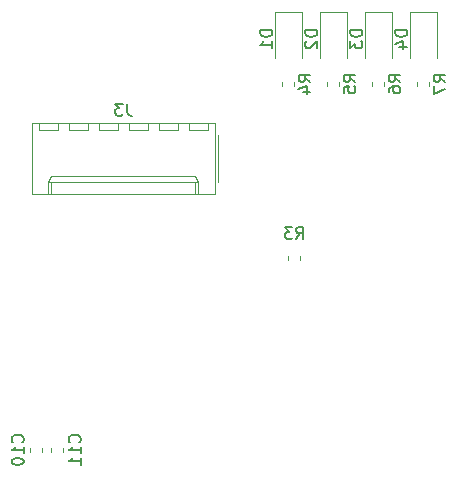
<source format=gbo>
G04 #@! TF.GenerationSoftware,KiCad,Pcbnew,(5.0.1-dev-5-g30da1a3b0)*
G04 #@! TF.CreationDate,2018-07-23T01:39:50-07:00*
G04 #@! TF.ProjectId,clock3,636C6F636B332E6B696361645F706362,rev?*
G04 #@! TF.SameCoordinates,Original*
G04 #@! TF.FileFunction,Legend,Bot*
G04 #@! TF.FilePolarity,Positive*
%FSLAX46Y46*%
G04 Gerber Fmt 4.6, Leading zero omitted, Abs format (unit mm)*
G04 Created by KiCad (PCBNEW (5.0.1-dev-5-g30da1a3b0)) date Mon Jul 23 01:39:50 2018*
%MOMM*%
%LPD*%
G01*
G04 APERTURE LIST*
%ADD10C,0.120000*%
%ADD11C,0.150000*%
G04 APERTURE END LIST*
D10*
G04 #@! TO.C,C10*
X116584000Y-114645221D02*
X116584000Y-114970779D01*
X117604000Y-114645221D02*
X117604000Y-114970779D01*
G04 #@! TO.C,C11*
X119382000Y-114645221D02*
X119382000Y-114970779D01*
X118362000Y-114645221D02*
X118362000Y-114970779D01*
G04 #@! TO.C,D1*
X139565000Y-77725000D02*
X139565000Y-81610000D01*
X137295000Y-77725000D02*
X139565000Y-77725000D01*
X137295000Y-81610000D02*
X137295000Y-77725000D01*
G04 #@! TO.C,D2*
X141105000Y-81610000D02*
X141105000Y-77725000D01*
X141105000Y-77725000D02*
X143375000Y-77725000D01*
X143375000Y-77725000D02*
X143375000Y-81610000D01*
G04 #@! TO.C,D3*
X144915000Y-81610000D02*
X144915000Y-77725000D01*
X144915000Y-77725000D02*
X147185000Y-77725000D01*
X147185000Y-77725000D02*
X147185000Y-81610000D01*
G04 #@! TO.C,D4*
X150995000Y-77725000D02*
X150995000Y-81610000D01*
X148725000Y-77725000D02*
X150995000Y-77725000D01*
X148725000Y-81610000D02*
X148725000Y-77725000D01*
G04 #@! TO.C,J3*
X132190000Y-87140000D02*
X132190000Y-93160000D01*
X132190000Y-93160000D02*
X116730000Y-93160000D01*
X116730000Y-93160000D02*
X116730000Y-87140000D01*
X116730000Y-87140000D02*
X132190000Y-87140000D01*
X132480000Y-88170000D02*
X132480000Y-92170000D01*
X130810000Y-93160000D02*
X130810000Y-92160000D01*
X130810000Y-92160000D02*
X118110000Y-92160000D01*
X118110000Y-92160000D02*
X118110000Y-93160000D01*
X130810000Y-92160000D02*
X130560000Y-91630000D01*
X130560000Y-91630000D02*
X118360000Y-91630000D01*
X118360000Y-91630000D02*
X118110000Y-92160000D01*
X130560000Y-93160000D02*
X130560000Y-92160000D01*
X118360000Y-93160000D02*
X118360000Y-92160000D01*
X131610000Y-87140000D02*
X131610000Y-87740000D01*
X131610000Y-87740000D02*
X130010000Y-87740000D01*
X130010000Y-87740000D02*
X130010000Y-87140000D01*
X129070000Y-87140000D02*
X129070000Y-87740000D01*
X129070000Y-87740000D02*
X127470000Y-87740000D01*
X127470000Y-87740000D02*
X127470000Y-87140000D01*
X126530000Y-87140000D02*
X126530000Y-87740000D01*
X126530000Y-87740000D02*
X124930000Y-87740000D01*
X124930000Y-87740000D02*
X124930000Y-87140000D01*
X123990000Y-87140000D02*
X123990000Y-87740000D01*
X123990000Y-87740000D02*
X122390000Y-87740000D01*
X122390000Y-87740000D02*
X122390000Y-87140000D01*
X121450000Y-87140000D02*
X121450000Y-87740000D01*
X121450000Y-87740000D02*
X119850000Y-87740000D01*
X119850000Y-87740000D02*
X119850000Y-87140000D01*
X118910000Y-87140000D02*
X118910000Y-87740000D01*
X118910000Y-87740000D02*
X117310000Y-87740000D01*
X117310000Y-87740000D02*
X117310000Y-87140000D01*
G04 #@! TO.C,R3*
X138428000Y-98389221D02*
X138428000Y-98714779D01*
X139448000Y-98389221D02*
X139448000Y-98714779D01*
G04 #@! TO.C,R4*
X138940000Y-83982779D02*
X138940000Y-83657221D01*
X137920000Y-83982779D02*
X137920000Y-83657221D01*
G04 #@! TO.C,R5*
X141730000Y-83982779D02*
X141730000Y-83657221D01*
X142750000Y-83982779D02*
X142750000Y-83657221D01*
G04 #@! TO.C,R6*
X146560000Y-83982779D02*
X146560000Y-83657221D01*
X145540000Y-83982779D02*
X145540000Y-83657221D01*
G04 #@! TO.C,R7*
X150370000Y-83982779D02*
X150370000Y-83657221D01*
X149350000Y-83982779D02*
X149350000Y-83657221D01*
G04 #@! TO.C,C10*
D11*
X115927142Y-114165142D02*
X115974761Y-114117523D01*
X116022380Y-113974666D01*
X116022380Y-113879428D01*
X115974761Y-113736571D01*
X115879523Y-113641333D01*
X115784285Y-113593714D01*
X115593809Y-113546095D01*
X115450952Y-113546095D01*
X115260476Y-113593714D01*
X115165238Y-113641333D01*
X115070000Y-113736571D01*
X115022380Y-113879428D01*
X115022380Y-113974666D01*
X115070000Y-114117523D01*
X115117619Y-114165142D01*
X116022380Y-115117523D02*
X116022380Y-114546095D01*
X116022380Y-114831809D02*
X115022380Y-114831809D01*
X115165238Y-114736571D01*
X115260476Y-114641333D01*
X115308095Y-114546095D01*
X115022380Y-115736571D02*
X115022380Y-115831809D01*
X115070000Y-115927047D01*
X115117619Y-115974666D01*
X115212857Y-116022285D01*
X115403333Y-116069904D01*
X115641428Y-116069904D01*
X115831904Y-116022285D01*
X115927142Y-115974666D01*
X115974761Y-115927047D01*
X116022380Y-115831809D01*
X116022380Y-115736571D01*
X115974761Y-115641333D01*
X115927142Y-115593714D01*
X115831904Y-115546095D01*
X115641428Y-115498476D01*
X115403333Y-115498476D01*
X115212857Y-115546095D01*
X115117619Y-115593714D01*
X115070000Y-115641333D01*
X115022380Y-115736571D01*
G04 #@! TO.C,C11*
X120753142Y-114165142D02*
X120800761Y-114117523D01*
X120848380Y-113974666D01*
X120848380Y-113879428D01*
X120800761Y-113736571D01*
X120705523Y-113641333D01*
X120610285Y-113593714D01*
X120419809Y-113546095D01*
X120276952Y-113546095D01*
X120086476Y-113593714D01*
X119991238Y-113641333D01*
X119896000Y-113736571D01*
X119848380Y-113879428D01*
X119848380Y-113974666D01*
X119896000Y-114117523D01*
X119943619Y-114165142D01*
X120848380Y-115117523D02*
X120848380Y-114546095D01*
X120848380Y-114831809D02*
X119848380Y-114831809D01*
X119991238Y-114736571D01*
X120086476Y-114641333D01*
X120134095Y-114546095D01*
X120848380Y-116069904D02*
X120848380Y-115498476D01*
X120848380Y-115784190D02*
X119848380Y-115784190D01*
X119991238Y-115688952D01*
X120086476Y-115593714D01*
X120134095Y-115498476D01*
G04 #@! TO.C,D1*
X137062380Y-79271904D02*
X136062380Y-79271904D01*
X136062380Y-79510000D01*
X136110000Y-79652857D01*
X136205238Y-79748095D01*
X136300476Y-79795714D01*
X136490952Y-79843333D01*
X136633809Y-79843333D01*
X136824285Y-79795714D01*
X136919523Y-79748095D01*
X137014761Y-79652857D01*
X137062380Y-79510000D01*
X137062380Y-79271904D01*
X137062380Y-80795714D02*
X137062380Y-80224285D01*
X137062380Y-80510000D02*
X136062380Y-80510000D01*
X136205238Y-80414761D01*
X136300476Y-80319523D01*
X136348095Y-80224285D01*
G04 #@! TO.C,D2*
X140872380Y-79271904D02*
X139872380Y-79271904D01*
X139872380Y-79510000D01*
X139920000Y-79652857D01*
X140015238Y-79748095D01*
X140110476Y-79795714D01*
X140300952Y-79843333D01*
X140443809Y-79843333D01*
X140634285Y-79795714D01*
X140729523Y-79748095D01*
X140824761Y-79652857D01*
X140872380Y-79510000D01*
X140872380Y-79271904D01*
X139967619Y-80224285D02*
X139920000Y-80271904D01*
X139872380Y-80367142D01*
X139872380Y-80605238D01*
X139920000Y-80700476D01*
X139967619Y-80748095D01*
X140062857Y-80795714D01*
X140158095Y-80795714D01*
X140300952Y-80748095D01*
X140872380Y-80176666D01*
X140872380Y-80795714D01*
G04 #@! TO.C,D3*
X144682380Y-79271904D02*
X143682380Y-79271904D01*
X143682380Y-79510000D01*
X143730000Y-79652857D01*
X143825238Y-79748095D01*
X143920476Y-79795714D01*
X144110952Y-79843333D01*
X144253809Y-79843333D01*
X144444285Y-79795714D01*
X144539523Y-79748095D01*
X144634761Y-79652857D01*
X144682380Y-79510000D01*
X144682380Y-79271904D01*
X143682380Y-80176666D02*
X143682380Y-80795714D01*
X144063333Y-80462380D01*
X144063333Y-80605238D01*
X144110952Y-80700476D01*
X144158571Y-80748095D01*
X144253809Y-80795714D01*
X144491904Y-80795714D01*
X144587142Y-80748095D01*
X144634761Y-80700476D01*
X144682380Y-80605238D01*
X144682380Y-80319523D01*
X144634761Y-80224285D01*
X144587142Y-80176666D01*
G04 #@! TO.C,D4*
X148492380Y-79271904D02*
X147492380Y-79271904D01*
X147492380Y-79510000D01*
X147540000Y-79652857D01*
X147635238Y-79748095D01*
X147730476Y-79795714D01*
X147920952Y-79843333D01*
X148063809Y-79843333D01*
X148254285Y-79795714D01*
X148349523Y-79748095D01*
X148444761Y-79652857D01*
X148492380Y-79510000D01*
X148492380Y-79271904D01*
X147825714Y-80700476D02*
X148492380Y-80700476D01*
X147444761Y-80462380D02*
X148159047Y-80224285D01*
X148159047Y-80843333D01*
G04 #@! TO.C,J3*
X124793333Y-85502380D02*
X124793333Y-86216666D01*
X124840952Y-86359523D01*
X124936190Y-86454761D01*
X125079047Y-86502380D01*
X125174285Y-86502380D01*
X124412380Y-85502380D02*
X123793333Y-85502380D01*
X124126666Y-85883333D01*
X123983809Y-85883333D01*
X123888571Y-85930952D01*
X123840952Y-85978571D01*
X123793333Y-86073809D01*
X123793333Y-86311904D01*
X123840952Y-86407142D01*
X123888571Y-86454761D01*
X123983809Y-86502380D01*
X124269523Y-86502380D01*
X124364761Y-86454761D01*
X124412380Y-86407142D01*
G04 #@! TO.C,R3*
X139104666Y-96946880D02*
X139438000Y-96470690D01*
X139676095Y-96946880D02*
X139676095Y-95946880D01*
X139295142Y-95946880D01*
X139199904Y-95994500D01*
X139152285Y-96042119D01*
X139104666Y-96137357D01*
X139104666Y-96280214D01*
X139152285Y-96375452D01*
X139199904Y-96423071D01*
X139295142Y-96470690D01*
X139676095Y-96470690D01*
X138771333Y-95946880D02*
X138152285Y-95946880D01*
X138485619Y-96327833D01*
X138342761Y-96327833D01*
X138247523Y-96375452D01*
X138199904Y-96423071D01*
X138152285Y-96518309D01*
X138152285Y-96756404D01*
X138199904Y-96851642D01*
X138247523Y-96899261D01*
X138342761Y-96946880D01*
X138628476Y-96946880D01*
X138723714Y-96899261D01*
X138771333Y-96851642D01*
G04 #@! TO.C,R4*
X140312380Y-83653333D02*
X139836190Y-83320000D01*
X140312380Y-83081904D02*
X139312380Y-83081904D01*
X139312380Y-83462857D01*
X139360000Y-83558095D01*
X139407619Y-83605714D01*
X139502857Y-83653333D01*
X139645714Y-83653333D01*
X139740952Y-83605714D01*
X139788571Y-83558095D01*
X139836190Y-83462857D01*
X139836190Y-83081904D01*
X139645714Y-84510476D02*
X140312380Y-84510476D01*
X139264761Y-84272380D02*
X139979047Y-84034285D01*
X139979047Y-84653333D01*
G04 #@! TO.C,R5*
X144122380Y-83653333D02*
X143646190Y-83320000D01*
X144122380Y-83081904D02*
X143122380Y-83081904D01*
X143122380Y-83462857D01*
X143170000Y-83558095D01*
X143217619Y-83605714D01*
X143312857Y-83653333D01*
X143455714Y-83653333D01*
X143550952Y-83605714D01*
X143598571Y-83558095D01*
X143646190Y-83462857D01*
X143646190Y-83081904D01*
X143122380Y-84558095D02*
X143122380Y-84081904D01*
X143598571Y-84034285D01*
X143550952Y-84081904D01*
X143503333Y-84177142D01*
X143503333Y-84415238D01*
X143550952Y-84510476D01*
X143598571Y-84558095D01*
X143693809Y-84605714D01*
X143931904Y-84605714D01*
X144027142Y-84558095D01*
X144074761Y-84510476D01*
X144122380Y-84415238D01*
X144122380Y-84177142D01*
X144074761Y-84081904D01*
X144027142Y-84034285D01*
G04 #@! TO.C,R6*
X147932380Y-83653333D02*
X147456190Y-83320000D01*
X147932380Y-83081904D02*
X146932380Y-83081904D01*
X146932380Y-83462857D01*
X146980000Y-83558095D01*
X147027619Y-83605714D01*
X147122857Y-83653333D01*
X147265714Y-83653333D01*
X147360952Y-83605714D01*
X147408571Y-83558095D01*
X147456190Y-83462857D01*
X147456190Y-83081904D01*
X146932380Y-84510476D02*
X146932380Y-84320000D01*
X146980000Y-84224761D01*
X147027619Y-84177142D01*
X147170476Y-84081904D01*
X147360952Y-84034285D01*
X147741904Y-84034285D01*
X147837142Y-84081904D01*
X147884761Y-84129523D01*
X147932380Y-84224761D01*
X147932380Y-84415238D01*
X147884761Y-84510476D01*
X147837142Y-84558095D01*
X147741904Y-84605714D01*
X147503809Y-84605714D01*
X147408571Y-84558095D01*
X147360952Y-84510476D01*
X147313333Y-84415238D01*
X147313333Y-84224761D01*
X147360952Y-84129523D01*
X147408571Y-84081904D01*
X147503809Y-84034285D01*
G04 #@! TO.C,R7*
X151742380Y-83653333D02*
X151266190Y-83320000D01*
X151742380Y-83081904D02*
X150742380Y-83081904D01*
X150742380Y-83462857D01*
X150790000Y-83558095D01*
X150837619Y-83605714D01*
X150932857Y-83653333D01*
X151075714Y-83653333D01*
X151170952Y-83605714D01*
X151218571Y-83558095D01*
X151266190Y-83462857D01*
X151266190Y-83081904D01*
X150742380Y-83986666D02*
X150742380Y-84653333D01*
X151742380Y-84224761D01*
G04 #@! TD*
M02*

</source>
